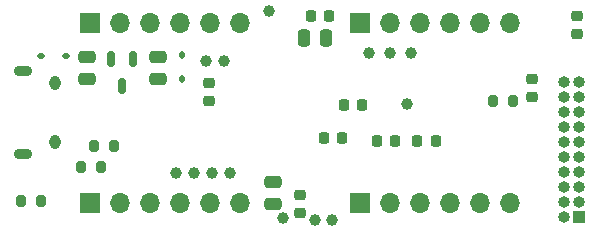
<source format=gbr>
%TF.GenerationSoftware,KiCad,Pcbnew,7.0.2*%
%TF.CreationDate,2023-05-12T00:45:21-04:00*%
%TF.ProjectId,H503-0.2,48353033-2d30-42e3-922e-6b696361645f,rev?*%
%TF.SameCoordinates,Original*%
%TF.FileFunction,Soldermask,Bot*%
%TF.FilePolarity,Negative*%
%FSLAX46Y46*%
G04 Gerber Fmt 4.6, Leading zero omitted, Abs format (unit mm)*
G04 Created by KiCad (PCBNEW 7.0.2) date 2023-05-12 00:45:21*
%MOMM*%
%LPD*%
G01*
G04 APERTURE LIST*
G04 Aperture macros list*
%AMRoundRect*
0 Rectangle with rounded corners*
0 $1 Rounding radius*
0 $2 $3 $4 $5 $6 $7 $8 $9 X,Y pos of 4 corners*
0 Add a 4 corners polygon primitive as box body*
4,1,4,$2,$3,$4,$5,$6,$7,$8,$9,$2,$3,0*
0 Add four circle primitives for the rounded corners*
1,1,$1+$1,$2,$3*
1,1,$1+$1,$4,$5*
1,1,$1+$1,$6,$7*
1,1,$1+$1,$8,$9*
0 Add four rect primitives between the rounded corners*
20,1,$1+$1,$2,$3,$4,$5,0*
20,1,$1+$1,$4,$5,$6,$7,0*
20,1,$1+$1,$6,$7,$8,$9,0*
20,1,$1+$1,$8,$9,$2,$3,0*%
G04 Aperture macros list end*
%ADD10C,1.000000*%
%ADD11R,1.000000X1.000000*%
%ADD12O,1.000000X1.000000*%
%ADD13O,1.550000X0.890000*%
%ADD14O,0.950000X1.250000*%
%ADD15RoundRect,0.225000X-0.225000X-0.250000X0.225000X-0.250000X0.225000X0.250000X-0.225000X0.250000X0*%
%ADD16RoundRect,0.150000X-0.150000X0.512500X-0.150000X-0.512500X0.150000X-0.512500X0.150000X0.512500X0*%
%ADD17RoundRect,0.225000X0.250000X-0.225000X0.250000X0.225000X-0.250000X0.225000X-0.250000X-0.225000X0*%
%ADD18RoundRect,0.200000X-0.200000X-0.275000X0.200000X-0.275000X0.200000X0.275000X-0.200000X0.275000X0*%
%ADD19RoundRect,0.225000X-0.250000X0.225000X-0.250000X-0.225000X0.250000X-0.225000X0.250000X0.225000X0*%
%ADD20RoundRect,0.200000X0.200000X0.275000X-0.200000X0.275000X-0.200000X-0.275000X0.200000X-0.275000X0*%
%ADD21R,1.700000X1.700000*%
%ADD22O,1.700000X1.700000*%
%ADD23RoundRect,0.225000X0.225000X0.250000X-0.225000X0.250000X-0.225000X-0.250000X0.225000X-0.250000X0*%
%ADD24RoundRect,0.112500X0.112500X-0.187500X0.112500X0.187500X-0.112500X0.187500X-0.112500X-0.187500X0*%
%ADD25RoundRect,0.250000X0.250000X0.475000X-0.250000X0.475000X-0.250000X-0.475000X0.250000X-0.475000X0*%
%ADD26RoundRect,0.250000X-0.475000X0.250000X-0.475000X-0.250000X0.475000X-0.250000X0.475000X0.250000X0*%
%ADD27RoundRect,0.112500X0.187500X0.112500X-0.187500X0.112500X-0.187500X-0.112500X0.187500X-0.112500X0*%
G04 APERTURE END LIST*
D10*
%TO.C,TP1*%
X100540000Y-55110000D03*
%TD*%
%TO.C,TP3*%
X83500000Y-51500000D03*
%TD*%
D11*
%TO.C,J3*%
X115062000Y-64693800D03*
D12*
X113792000Y-64693800D03*
X115062000Y-63423800D03*
X113792000Y-63423800D03*
X115062000Y-62153800D03*
X113792000Y-62153800D03*
X115062000Y-60883800D03*
X113792000Y-60883800D03*
X115062000Y-59613800D03*
X113792000Y-59613800D03*
X115062000Y-58343800D03*
X113792000Y-58343800D03*
X115062000Y-57073800D03*
X113792000Y-57073800D03*
X115062000Y-55803800D03*
X113792000Y-55803800D03*
X115062000Y-54533800D03*
X113792000Y-54533800D03*
X115062000Y-53263800D03*
X113792000Y-53263800D03*
%TD*%
D10*
%TO.C,TP7*%
X89992200Y-64770000D03*
%TD*%
%TO.C,TP14*%
X88830000Y-47260000D03*
%TD*%
%TO.C,TP9*%
X94157800Y-64922400D03*
%TD*%
D13*
%TO.C,J4*%
X68042000Y-59340000D03*
D14*
X70742000Y-58340000D03*
X70742000Y-53340000D03*
D13*
X68042000Y-52340000D03*
%TD*%
D10*
%TO.C,TP6*%
X84000000Y-61000000D03*
%TD*%
%TO.C,TP11*%
X100838000Y-50800000D03*
%TD*%
%TO.C,TP5*%
X82500000Y-61000000D03*
%TD*%
%TO.C,TP8*%
X92760800Y-64922400D03*
%TD*%
%TO.C,TP12*%
X99060000Y-50800000D03*
%TD*%
%TO.C,TP4*%
X85000000Y-51500000D03*
%TD*%
%TO.C,TP13*%
X85500000Y-60960000D03*
%TD*%
%TO.C,TP2*%
X97282000Y-50800000D03*
%TD*%
%TO.C,TP10*%
X81000000Y-61000000D03*
%TD*%
D15*
%TO.C,C10*%
X92392200Y-47675000D03*
X93942200Y-47675000D03*
%TD*%
D16*
%TO.C,U1*%
X76400000Y-53637500D03*
X77350000Y-51362500D03*
X75450000Y-51362500D03*
%TD*%
D17*
%TO.C,C14*%
X83718400Y-54902400D03*
X83718400Y-53352400D03*
%TD*%
D18*
%TO.C,R1*%
X67875000Y-63320000D03*
X69525000Y-63320000D03*
%TD*%
D19*
%TO.C,C1*%
X114909600Y-47688200D03*
X114909600Y-49238200D03*
%TD*%
D15*
%TO.C,C9*%
X95185000Y-55180000D03*
X96735000Y-55180000D03*
%TD*%
D20*
%TO.C,R2*%
X75700000Y-58700000D03*
X74050000Y-58700000D03*
%TD*%
D21*
%TO.C,J1*%
X73660000Y-63500000D03*
D22*
X76200000Y-63500000D03*
X78740000Y-63500000D03*
X81280000Y-63500000D03*
X83820000Y-63500000D03*
X86360000Y-63500000D03*
%TD*%
D23*
%TO.C,FB1*%
X99515000Y-58300000D03*
X97965000Y-58300000D03*
%TD*%
D21*
%TO.C,J2*%
X96520000Y-63500000D03*
D22*
X99060000Y-63500000D03*
X101600000Y-63500000D03*
X104140000Y-63500000D03*
X106680000Y-63500000D03*
X109220000Y-63500000D03*
%TD*%
D24*
%TO.C,D2*%
X81500000Y-50950000D03*
X81500000Y-53050000D03*
%TD*%
D21*
%TO.C,J6*%
X96520000Y-48260000D03*
D22*
X99060000Y-48260000D03*
X101600000Y-48260000D03*
X104140000Y-48260000D03*
X106680000Y-48260000D03*
X109220000Y-48260000D03*
%TD*%
D21*
%TO.C,J5*%
X73660000Y-48260000D03*
D22*
X76200000Y-48260000D03*
X78740000Y-48260000D03*
X81280000Y-48260000D03*
X83820000Y-48260000D03*
X86360000Y-48260000D03*
%TD*%
D25*
%TO.C,C11*%
X93700000Y-49540000D03*
X91800000Y-49540000D03*
%TD*%
D18*
%TO.C,R9*%
X72950000Y-60500000D03*
X74600000Y-60500000D03*
%TD*%
D19*
%TO.C,C8*%
X91440000Y-62852000D03*
X91440000Y-64402000D03*
%TD*%
D23*
%TO.C,C7*%
X95045000Y-58030000D03*
X93495000Y-58030000D03*
%TD*%
D26*
%TO.C,C12*%
X89180000Y-61700000D03*
X89180000Y-63600000D03*
%TD*%
%TO.C,C3*%
X73400000Y-53050000D03*
X73400000Y-51150000D03*
%TD*%
D20*
%TO.C,R3*%
X109485000Y-54920000D03*
X107835000Y-54920000D03*
%TD*%
D26*
%TO.C,C4*%
X79400000Y-51150000D03*
X79400000Y-53050000D03*
%TD*%
D27*
%TO.C,D3*%
X69507500Y-51110000D03*
X71607500Y-51110000D03*
%TD*%
D15*
%TO.C,C2*%
X101395000Y-58300000D03*
X102945000Y-58300000D03*
%TD*%
D17*
%TO.C,C13*%
X111090000Y-54535000D03*
X111090000Y-52985000D03*
%TD*%
M02*

</source>
